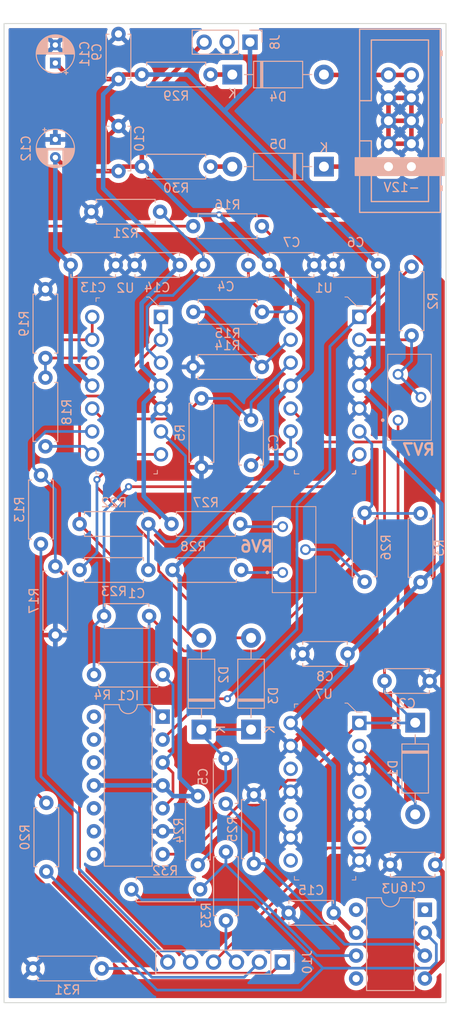
<source format=kicad_pcb>
(kicad_pcb (version 20211014) (generator pcbnew)
  (layers (0 "F.Cu" signal) (31 "B.Cu" signal) (34 "B.Paste" user) (35 "F.Paste" user) (36 "B.SilkS" user "B.Silkscreen") (37 "F.SilkS" user "F.Silkscreen") (38 "B.Mask" user) (39 "F.Mask" user) (44 "Edge.Cuts" user))
  (net 0 "")
  (net 1 "/ic1")
  (net 2 "/out_emit")
  (net 3 "/ic2")
  (net 4 "GND")
  (net 5 "/Saw_buff")
  (net 6 "/ac_couple")
  (net 7 "/tri_in")
  (net 8 "/tri_sum")
  (net 9 "Triangle Out1")
  (net 10 "+12V")
  (net 11 "-12V")
  (net 12 "/schmitt_out")
  (net 13 "/tri_buff")
  (net 14 "/tri_amp_out")
  (net 15 "/D+")
  (net 16 "/12+")
  (net 17 "/12-")
  (net 18 "/D-")
  (net 19 "/scale_in")
  (net 20 "/emit")
  (net 27 "/trim_scale")
  (net 28 "Saw Out1")
  (net 29 "Pulse Out1")
  (net 30 "/Saw_amp2")
  (net 31 "/Saw_amp1")
  (net 32 "/PWM_out")
  (net 33 "/PWM_Bin")
  (net 34 "/Pulse_buff")
  (net 35 "/tri_amp_in")
  (net 36 "/trim_tune")
  (net 37 "/trim+")
  (net 38 "/trim-")
  (net 44 "In_Sum1")
  (net 45 "AP1")
  (net 46 "PWM_Com1")
  (net 47 "/tri_pre")
  (net 48 "/tri_inv")
  (net 49 "/tri_op_out")
  (footprint "Capacitor_THT:C_Disc_D4.7mm_W2.5mm_P5.00mm" (layer "B.Cu") (at 179.5 143)
    (fp_text reference "C16")
    (fp_text value "0.1u")
  )
  (footprint "Capacitor_THT:C_Disc_D4.7mm_W2.5mm_P5.00mm" (layer "B.Cu") (at 178.876 122.65)
    (fp_text reference "C2")
    (fp_text value "2.2n")
  )
  (footprint "Capacitor_THT:C_Disc_D4.7mm_W2.5mm_P5.00mm" (layer "B.Cu") (at 173.24 148.34 180)
    (fp_text reference "C15")
    (fp_text value "0.1u")
  )
  (footprint "Potassium's KiCad Footprints:3296Y1502LF" (layer "B.Cu") (at 167.576 110.63 180)
    (fp_text reference "RV6")
    (fp_text value "1Meg" hide)
  )
  (footprint "Resistor_THT:R_Axial_DIN0207_L6.3mm_D2.5mm_P7.62mm_Horizontal" (layer "B.Cu") (at 152.686 105.25 180)
    (fp_text reference "R22")
    (fp_text value "10k")
  )
  (footprint "digikey-footprints:DIP-14_W3mm" (layer "B.Cu") (at 154.086 82.3 180)
    (fp_text reference "U2")
    (fp_text value "TL074CN")
  )
  (footprint "Resistor_THT:R_Axial_DIN0207_L6.3mm_D2.5mm_P7.62mm_Horizontal" (layer "B.Cu") (at 141.276 79.24 -90)
    (fp_text reference "R19")
    (fp_text value "68k")
  )
  (footprint "Resistor_THT:R_Axial_DIN0207_L6.3mm_D2.5mm_P7.62mm_Horizontal" (layer "B.Cu") (at 162.876 105.25 180)
    (fp_text reference "R27")
    (fp_text value "1k")
  )
  (footprint "Package_DIP:DIP-14_W7.62mm" (layer "B.Cu") (at 154.27 126.6 180)
    (fp_text reference "IC1")
    (fp_text value "300P14-U")
  )
  (footprint "Capacitor_THT:C_Disc_D4.7mm_W2.5mm_P5.00mm" (layer "B.Cu") (at 169.776 119.65)
    (fp_text reference "C8")
    (fp_text value "0.1u")
  )
  (footprint "Resistor_THT:R_Axial_DIN0207_L6.3mm_D2.5mm_P7.62mm_Horizontal" (layer "B.Cu") (at 157.676 81.75)
    (fp_text reference "R15")
    (fp_text value "100k")
  )
  (footprint "Custom_Footprints:Eurorack_10_pin_header" (layer "B.Cu") (at 179.3135 65.65 90)
    (fp_text reference "J1" hide)
    (fp_text value "Eurorack 10 DIP Header")
  )
  (footprint "Capacitor_THT:C_Disc_D4.7mm_W2.5mm_P5.00mm" (layer "B.Cu") (at 144.076 76.55)
    (fp_text reference "C13")
    (fp_text value "0.1u")
  )
  (footprint "Resistor_THT:R_Axial_DIN0207_L6.3mm_D2.5mm_P7.62mm_Horizontal" (layer "B.Cu") (at 158.576 91.34 -90)
    (fp_text reference "R5")
    (fp_text value "100k")
  )
  (footprint "Resistor_THT:R_Axial_DIN0207_L6.3mm_D2.5mm_P7.62mm_Horizontal" (layer "B.Cu") (at 151.966 55.45)
    (fp_text reference "R29")
    (fp_text value "10")
  )
  (footprint "Capacitor_THT:CP_Radial_D4.0mm_P2.00mm" (layer "B.Cu") (at 142.376 62.637401 -90)
    (fp_text reference "C12")
    (fp_text value "4.7u")
  )
  (footprint "Resistor_THT:R_Axial_DIN0207_L6.3mm_D2.5mm_P7.62mm_Horizontal" (layer "B.Cu") (at 141.276 96.65 90)
    (fp_text reference "R18")
    (fp_text value "100k")
  )
  (footprint "Capacitor_THT:C_Disc_D4.7mm_W2.5mm_P5.00mm" (layer "B.Cu") (at 163.776 76.55 180)
    (fp_text reference "C4")
    (fp_text value "1u")
  )
  (footprint "Resistor_THT:R_Axial_DIN0207_L6.3mm_D2.5mm_P7.62mm_Horizontal" (layer "B.Cu") (at 155.366 110.35)
    (fp_text reference "R28")
    (fp_text value "1k")
  )
  (footprint "Resistor_THT:R_Axial_DIN0207_L6.3mm_D2.5mm_P7.62mm_Horizontal" (layer "B.Cu") (at 139.9 154.51)
    (fp_text reference "R31")
    (fp_text value "10k")
  )
  (footprint "Resistor_THT:R_Axial_DIN0207_L6.3mm_D2.5mm_P7.62mm_Horizontal" (layer "B.Cu") (at 181.876 84.36 90)
    (fp_text reference "R2")
    (fp_text value "1.87k")
  )
  (footprint "Resistor_THT:R_Axial_DIN0207_L6.3mm_D2.5mm_P7.62mm_Horizontal" (layer "B.Cu") (at 165.276 72.25 180)
    (fp_text reference "R16")
    (fp_text value "1k")
  )
  (footprint "Capacitor_THT:C_Disc_D4.7mm_W2.5mm_P5.00mm" (layer "B.Cu") (at 161.262 131.25 -90)
    (fp_text reference "C5")
    (fp_text value "1u")
  )
  (footprint "Capacitor_THT:C_Disc_D4.7mm_W2.5mm_P5.00mm" (layer "B.Cu") (at 149.376 66.15 90)
    (fp_text reference "C10")
    (fp_text value "0.1u")
  )
  (footprint "Resistor_THT:R_Axial_DIN0207_L6.3mm_D2.5mm_P7.62mm_Horizontal" (layer "B.Cu") (at 146.666 121.95)
    (fp_text reference "R4")
    (fp_text value "500")
  )
  (footprint "Resistor_THT:R_Axial_DIN0207_L6.3mm_D2.5mm_P7.62mm_Horizontal" (layer "B.Cu") (at 158.176 135.404 -90)
    (fp_text reference "R24")
    (fp_text value "20k")
  )
  (footprint "Diode_THT:D_DO-41_SOD81_P10.16mm_Horizontal" (layer "B.Cu") (at 172.156 65.65 180)
    (fp_text reference "D5")
    (fp_text value "1N5819")
  )
  (footprint "Resistor_THT:R_Axial_DIN0207_L6.3mm_D2.5mm_P7.62mm_Horizontal" (layer "B.Cu") (at 141.376 136.15 -90)
    (fp_text reference "R20")
    (fp_text value "1k")
  )
  (footprint "Capacitor_THT:C_Disc_D4.7mm_W2.5mm_P5.00mm" (layer "B.Cu") (at 149.376 50.95 -90)
    (fp_text reference "C9")
    (fp_text value "0.1u")
  )
  (footprint "Resistor_THT:R_Axial_DIN0207_L6.3mm_D2.5mm_P7.62mm_Horizontal" (layer "B.Cu") (at 142.376 109.94 -90)
    (fp_text reference "R17")
    (fp_text value "14k")
  )
  (footprint "Resistor_THT:R_Axial_DIN0207_L6.3mm_D2.5mm_P7.62mm_Horizontal" (layer "B.Cu") (at 145.066 110.35)
    (fp_text reference "R23")
    (fp_text value "10k")
  )
  (footprint "Capacitor_THT:C_Disc_D4.7mm_W2.5mm_P5.00mm" (layer "B.Cu") (at 151.176 76.55)
    (fp_text reference "C14")
    (fp_text value "0.1u")
  )
  (footprint "Capacitor_THT:C_Disc_D4.7mm_W2.5mm_P5.00mm" (layer "B.Cu") (at 164.076 98.75 90)
    (fp_text reference "C3")
    (fp_text value "1u")
  )
  (footprint "Resistor_THT:R_Axial_DIN0207_L6.3mm_D2.5mm_P7.62mm_Horizontal" (layer "B.Cu") (at 151.966 65.65)
    (fp_text reference "R30")
    (fp_text value "10")
  )
  (footprint "Capacitor_THT:C_Disc_D4.7mm_W2.5mm_P5.00mm" (layer "B.Cu") (at 152.776 115.45 180)
    (fp_text reference "C1")
    (fp_text value "30p")
  )
  (footprint "Resistor_THT:R_Axial_DIN0207_L6.3mm_D2.5mm_P7.62mm_Horizontal" (layer "B.Cu") (at 158.43 145.74 180)
    (fp_text reference "R32")
    (fp_text value "10k")
  )
  (footprint "Capacitor_THT:C_Disc_D4.7mm_W2.5mm_P5.00mm" (layer "B.Cu") (at 171.076 76.55 180)
    (fp_text reference "C7")
    (fp_text value "0.1u")
  )
  (footprint "Connector_PinSocket_2.54mm:PinSocket_1x03_P2.54mm_Vertical" (layer "B.Cu") (at 163.96 51.86 90)
    (fp_text reference "J8")
    (fp_text value "Conn_01x03")
  )
  (footprint "digikey-footprints:DIP-14_W3mm" (layer "B.Cu") (at 176.086 82.3 180)
    (fp_text reference "U1")
    (fp_text value "TL074CN")
  )
  (footprint "Resistor_THT:R_Axial_DIN0207_L6.3mm_D2.5mm_P7.62mm_Horizontal" (layer "B.Cu") (at 182.87 111.702 90)
    (fp_text reference "R3")
    (fp_text value "1Meg")
  )
  (footprint "Capacitor_THT:CP_Radial_D4.0mm_P2.00mm" (layer "B.Cu") (at 142.376 54.172599 90)
    (fp_text reference "C11")
    (fp_text value "4.7u")
  )
  (footprint "Resistor_THT:R_Axial_DIN0207_L6.3mm_D2.5mm_P7.62mm_Horizontal" (layer "B.Cu") (at 176.67 111.646 90)
    (fp_text reference "R26")
    (fp_text value "1Meg")
  )
  (footprint "Diode_THT:D_DO-41_SOD81_P10.16mm_Horizontal" (layer "B.Cu") (at 161.996 55.45)
    (fp_text reference "D4")
    (fp_text value "1N5819")
  )
  (footprint "Resistor_THT:R_Axial_DIN0207_L6.3mm_D2.5mm_P7.62mm_Horizontal" (layer "B.Cu") (at 140.776 99.84 -90)
    (fp_text reference "R13")
    (fp_text value "68k")
  )
  (footprint "Resistor_THT:R_Axial_DIN0207_L6.3mm_D2.5mm_P7.62mm_Horizontal" (layer "B.Cu") (at 161.29 141.58 -90)
    (fp_text reference "R33")
    (fp_text value "1k")
  )
  (footprint "Capacitor_THT:C_Disc_D4.7mm_W2.5mm_P5.00mm" (layer "B.Cu") (at 178.176 76.55 180)
    (fp_text reference "C6")
    (fp_text value "0.1u")
  )
  (footprint "Connector_PinSocket_2.54mm:PinSocket_1x06_P2.54mm_Vertical" (layer "B.Cu") (at 167.54 153.8 90)
    (fp_text reference "J10")
    (fp_text value "Conn_01x06")
  )
  (footprint "Diode_THT:D_DO-41_SOD81_P10.16mm_Horizontal" (layer "B.Cu") (at 164.076 128.03 90)
    (fp_text reference "D3")
    (fp_text value "1N4148")
  )
  (footprint "Diode_THT:D_DO-41_SOD81_P10.16mm_Horizontal" (layer "B.Cu") (at 182.276 127.27 -90)
    (fp_text reference "D1")
    (fp_text value "1N4148")
  )
  (footprint "digikey-footprints:DIP-14_W3mm" (layer "B.Cu") (at 176.086 127.3 180)
    (fp_text reference "U7")
    (fp_text value "CD40106BE")
  )
  (footprint "Potassium's KiCad Footprints:3296Y1502LF" (layer "B.Cu") (at 180.376 93.75 180)
    (fp_text reference "RV7")
    (fp_text value "5K" hide)
  )
  (footprint "Resistor_THT:R_Axial_DIN0207_L6.3mm_D2.5mm_P7.62mm_Horizontal" (layer "B.Cu") (at 165.276 87.85 180)
    (fp_text reference "R14")
    (fp_text value "47k")
  )
  (footprint "Diode_THT:D_DO-41_SOD81_P10.16mm_Horizontal" (layer "B.Cu") (at 158.576 128.03 90)
    (fp_text reference "D2")
    (fp_text value "1N4148")
  )
  (footprint "Resistor_THT:R_Axial_DIN0207_L6.3mm_D2.5mm_P7.62mm_Horizontal" (layer "B.Cu") (at 164.39 135.262 -90)
    (fp_text reference "R25")
    (fp_text value "200k")
  )
  (footprint "Resistor_THT:R_Axial_DIN0207_L6.3mm_D2.5mm_P7.62mm_Horizontal" (layer "B.Cu") (at 146.366 70.65)
    (fp_text reference "R21")
    (fp_text value "200k")
  )
  (footprint "Package_DIP:DIP-8_W7.62mm" (layer "B.Cu") (at 183.345 148 180)
    (fp_text reference "U3")
    (fp_text value "TL071CP")
  )
  (gr_line (start 136.69 49.796) (end 185.69 49.796) (layer "Edge.Cuts") (width 0.1))
  (gr_line (start 136.69 158.296) (end 185.69 158.296) (layer "Edge.Cuts") (width 0.1))
  (gr_line (start 185.69 158.296) (end 185.69 49.796) (layer "Edge.Cuts") (width 0.1))
  (gr_line (start 136.69 49.796) (end 136.69 158.296) (layer "Edge.Cuts") (width 0.1))
  (segment (start 152.776 115.45) (end 156.646 119.32) (width 0.3) (layer "F.Cu") (net 1))
  (segment (start 164.72 119.32) (end 176.67 107.37) (width 0.3) (layer "F.Cu") (net 1))
  (segment (start 156.646 119.32) (end 164.72 119.32) (width 0.3) (layer "F.Cu") (net 1))
  (segment (start 176.67 107.37) (end 176.67 104.026) (width 0.3) (layer "F.Cu") (net 1))
  (segment (start 152.776 125.106) (end 152.776 115.45) (width 0.3) (layer "B.Cu") (net 1))
  (segment (start 176.67 104.026) (end 177.469999 103.226001) (width 0.3) (layer "B.Cu") (net 1))
  (segment (start 182.87 104.082) (end 176.726 104.082) (width 0.3) (layer "B.Cu") (net 1))
  (segment (start 176.726 104.082) (end 176.67 104.026) (width 0.3) (layer "B.Cu") (net 1))
  (segment (start 177.469999 103.226001) (end 177.469999 96.383999) (width 0.3) (layer "B.Cu") (net 1))
  (segment (start 154.27 126.6) (end 152.776 125.106) (width 0.3) (layer "B.Cu") (net 1))
  (segment (start 177.469999 96.383999) (end 176.086 95) (width 0.3) (layer "B.Cu") (net 1))
  (segment (start 150.5 101.12) (end 172.506 101.12) (width 0.3) (layer "F.Cu") (net 2))
  (segment (start 172.506 101.12) (end 176.086 97.54) (width 0.3) (layer "F.Cu") (net 2))
  (via (at 150.5 101.12) (size 0.8) (drill 0.4) (layers "F.Cu" "B.Cu") (net 2))
  (segment (start 147.776 115.45) (end 147.776 103.844) (width 0.3) (layer "B.Cu") (net 2))
  (segment (start 146.666 116.56) (end 147.776 115.45) (width 0.3) (layer "B.Cu") (net 2))
  (segment (start 147.776 103.844) (end 150.5 101.12) (width 0.3) (layer "B.Cu") (net 2))
  (segment (start 146.666 121.95) (end 146.666 116.56) (width 0.3) (layer "B.Cu") (net 2))
  (segment (start 172.169654 96.163654) (end 168.466 92.46) (width 0.3) (layer "F.Cu") (net 3))
  (segment (start 169.746 133.64) (end 176.086 127.3) (width 0.3) (layer "F.Cu") (net 3))
  (segment (start 178.876 122.65) (end 178.876 96.163654) (width 0.3) (layer "F.Cu") (net 3))
  (segment (start 154.27 141.84) (end 157.298346 141.84) (width 0.3) (layer "F.Cu") (net 3))
  (segment (start 162.726346 136.412) (end 165.347654 136.412) (width 0.3) (layer "F.Cu") (net 3))
  (segment (start 157.298346 141.84) (end 162.726346 136.412) (width 0.3) (layer "F.Cu") (net 3))
  (segment (start 165.347654 136.412) (end 168.119654 133.64) (width 0.3) (layer "F.Cu") (net 3))
  (segment (start 168.119654 133.64) (end 169.746 133.64) (width 0.3) (layer "F.Cu") (net 3))
  (segment (start 178.876 96.163654) (end 172.169654 96.163654) (width 0.3) (layer "F.Cu") (net 3))
  (segment (start 178.876 123.87) (end 178.876 122.65) (width 0.3) (layer "B.Cu") (net 3))
  (segment (start 182.276 127.27) (end 178.876 123.87) (width 0.3) (layer "B.Cu") (net 3))
  (segment (start 182.246 127.3) (end 182.276 127.27) (width 0.3) (layer "B.Cu") (net 3))
  (segment (start 176.086 127.3) (end 182.246 127.3) (width 0.3) (layer "B.Cu") (net 3))
  (segment (start 179.3135 58.03) (end 181.8535 58.03) (width 0.5) (layer "F.Cu") (net 4))
  (segment (start 181.8535 63.11) (end 181.8535 60.57) (width 0.5) (layer "F.Cu") (net 4))
  (segment (start 179.3135 63.11) (end 181.8535 63.11) (width 0.5) (layer "F.Cu") (net 4))
  (segment (start 179.3135 63.11) (end 179.3135 60.57) (width 0.5) (layer "F.Cu") (net 4))
  (segment (start 181.8535 58.03) (end 181.8535 60.57) (width 0.5) (layer "F.Cu") (net 4))
  (segment (start 179.3135 58.03) (end 179.3135 60.57) (width 0.5) (layer "F.Cu") (net 4))
  (segment (start 179.3135 60.57) (end 181.8535 60.57) (width 0.5) (layer "F.Cu") (net 4))
  (segment (start 168.466 97.54) (end 165.286 97.54) (width 0.3) (layer "F.Cu") (net 5))
  (segment (start 165.286 97.54) (end 164.076 98.75) (width 0.3) (layer "F.Cu") (net 5))
  (segment (start 168.466 95) (end 168.466 97.54) (width 0.3) (layer "B.Cu") (net 5))
  (segment (start 146.466 92.46) (end 147.616 93.61) (width 0.3) (layer "F.Cu") (net 6))
  (segment (start 147.616 93.61) (end 156.306 93.61) (width 0.3) (layer "F.Cu") (net 6))
  (segment (start 156.306 93.61) (end 158.576 91.34) (width 0.3) (layer "F.Cu") (net 6))
  (segment (start 161.666 91.34) (end 164.076 93.75) (width 0.3) (layer "B.Cu") (net 6))
  (segment (start 158.576 91.34) (end 161.666 91.34) (width 0.3) (layer "B.Cu") (net 6))
  (segment (start 164.076 91.77) (end 168.466 87.38) (width 0.3) (layer "B.Cu") (net 6))
  (segment (start 164.076 93.75) (end 164.076 91.77) (width 0.3) (layer "B.Cu") (net 6))
  (segment (start 152.55 81.18) (end 152.55 85.844) (width 0.3) (layer "B.Cu") (net 7))
  (segment (start 152.55 85.844) (end 154.086 87.38) (width 0.3) (layer "B.Cu") (net 7))
  (segment (start 158.776 75.44) (end 158.776 76.55) (width 0.3) (layer "B.Cu") (net 7))
  (segment (start 155.42 79.93) (end 153.8 79.93) (width 0.3) (layer "B.Cu") (net 7))
  (segment (start 158.776 76.55) (end 155.42 79.906) (width 0.3) (layer "B.Cu") (net 7))
  (segment (start 155.42 79.906) (end 155.42 79.93) (width 0.3) (layer "B.Cu") (net 7))
  (segment (start 153.986 70.65) (end 158.776 75.44) (width 0.3) (layer "B.Cu") (net 7))
  (segment (start 153.8 79.93) (end 152.55 81.18) (width 0.3) (layer "B.Cu") (net 7))
  (segment (start 161.262 131.25) (end 158.576 128.564) (width 0.3) (layer "B.Cu") (net 8))
  (segment (start 158.576 128.564) (end 158.576 128.03) (width 0.3) (layer "B.Cu") (net 8))
  (segment (start 159.65 135.29) (end 159.65 141.55) (width 0.3) (layer "B.Cu") (net 8))
  (segment (start 161.262 131.25) (end 161.262 133.678) (width 0.3) (layer "B.Cu") (net 8))
  (segment (start 161.262 133.678) (end 159.65 135.29) (width 0.3) (layer "B.Cu") (net 8))
  (segment (start 164.076 128.03) (end 158.576 128.03) (width 0.3) (layer "B.Cu") (net 8))
  (segment (start 159.65 141.55) (end 158.176 143.024) (width 0.3) (layer "B.Cu") (net 8))
  (segment (start 161.29 152.63) (end 162.106447 153.446447) (width 0.3) (layer "B.Cu") (net 9))
  (segment (start 161.29 149.2) (end 161.29 152.63) (width 0.3) (layer "B.Cu") (net 9))
  (segment (start 175.44 150.54) (end 173.24 148.34) (width 0.5) (layer "F.Cu") (net 10))
  (segment (start 149.876 55.45) (end 149.376 55.95) (width 0.5) (layer "F.Cu") (net 10))
  (segment (start 175.725 150.54) (end 175.44 150.54) (width 0.5) (layer "F.Cu") (net 10))
  (segment (start 149.376 55.95) (end 144.153401 55.95) (width 0.5) (layer "F.Cu") (net 10))
  (segment (start 142.376 54.172599) (end 144.153401 55.95) (width 0.5) (layer "F.Cu") (net 10))
  (segment (start 151.966 55.45) (end 149.876 55.45) (width 0.5) (layer "F.Cu") (net 10))
  (segment (start 178.176 87.83) (end 176.086 89.92) (width 0.5) (layer "B.Cu") (net 10))
  (segment (start 147.676 68.05) (end 156.176 76.55) (width 0.5) (layer "B.Cu") (net 10))
  (segment (start 178.880278 92.714278) (end 178.880278 96.754278) (width 0.5) (layer "B.Cu") (net 10))
  (segment (start 176.086 89.92) (end 178.880278 92.714278) (width 0.5) (layer "B.Cu") (net 10))
  (segment (start 151.94 80.786) (end 151.94 87.774) (width 0.5) (layer "B.Cu") (net 10))
  (segment (start 161.103 59.477) (end 178.176 76.55) (width 0.5) (layer "B.Cu") (net 10))
  (segment (start 174.776 120.99) (end 168.466 127.3) (width 0.5) (layer "B.Cu") (net 10))
  (segment (start 185.176 109.396) (end 182.87 111.702) (width 0.5) (layer "B.Cu") (net 10))
  (segment (start 178.176 76.55) (end 178.176 87.83) (width 0.5) (layer "B.Cu") (net 10))
  (segment (start 152.176 102.17) (end 152.176 91.83) (width 0.5) (layer "B.Cu") (net 10))
  (segment (start 163.96 56.62) (end 161.103 59.477) (width 0.5) (layer "B.Cu") (net 10))
  (segment (start 151.94 87.774) (end 154.086 89.92) (width 0.5) (layer "B.Cu") (net 10))
  (segment (start 185.176 103.05) (end 185.176 109.396) (width 0.5) (layer "B.Cu") (net 10))
  (segment (start 156.176 76.55) (end 151.94 80.786) (width 0.5) (layer "B.Cu") (net 10))
  (segment (start 174.922 119.65) (end 174.776 119.65) (width 0.5) (layer "B.Cu") (net 10))
  (segment (start 173.24 132.074) (end 168.466 127.3) (width 0.5) (layer "B.Cu") (net 10))
  (segment (start 163.96 51.86) (end 163.96 56.62) (width 0.5) (layer "B.Cu") (net 10))
  (segment (start 178.880278 96.754278) (end 185.176 103.05) (width 0.5) (layer "B.Cu") (net 10))
  (segment (start 157.076 55.45) (end 161.103 59.477) (width 0.5) (layer "B.Cu") (net 10))
  (segment (start 174.776 119.65) (end 174.776 120.99) (width 0.5) (layer "B.Cu") (net 10))
  (segment (start 147.676 57.65) (end 147.676 68.05) (width 0.5) (layer "B.Cu") (net 10))
  (segment (start 152.176 91.83) (end 154.086 89.92) (width 0.5) (layer "B.Cu") (net 10))
  (segment (start 173.24 148.34) (end 173.24 132.074) (width 0.5) (layer "B.Cu") (net 10))
  (segment (start 155.256 105.25) (end 152.176 102.17) (width 0.5) (layer "B.Cu") (net 10))
  (segment (start 149.376 55.95) (end 147.676 57.65) (width 0.5) (layer "B.Cu") (net 10))
  (segment (start 151.966 55.45) (end 157.076 55.45) (width 0.5) (layer "B.Cu") (net 10))
  (segment (start 182.87 111.702) (end 174.922 119.65) (width 0.5) (layer "B.Cu") (net 10))
  (segment (start 184.5 143) (end 185.299999 142.200001) (width 0.5) (layer "F.Cu") (net 11))
  (segment (start 185.299999 78.396232) (end 177.903767 71) (width 0.5) (layer "F.Cu") (net 11))
  (segment (start 185.299999 142.200001) (end 185.299999 78.396232) (width 0.5) (layer "F.Cu") (net 11))
  (segment (start 185.299999 153.665001) (end 183.345 155.62) (width 0.5) (layer "F.Cu") (net 11))
  (segment (start 158.88 51.86) (end 151.966 58.774) (width 0.5) (layer "F.Cu") (net 11))
  (segment (start 151.966 58.774) (end 151.966 65.65) (width 0.5) (layer "F.Cu") (net 11))
  (segment (start 185.299999 143.799999) (end 185.299999 153.665001) (width 0.5) (layer "F.Cu") (net 11))
  (segment (start 142.376 64.637401) (end 143.888599 66.15) (width 0.5) (layer "F.Cu") (net 11))
  (segment (start 143.888599 66.15) (end 149.376 66.15) (width 0.5) (layer "F.Cu") (net 11))
  (segment (start 184.5 143) (end 185.299999 143.799999) (width 0.5) (layer "F.Cu") (net 11))
  (segment (start 149.876 65.65) (end 149.376 66.15) (width 0.5) (layer "F.Cu") (net 11))
  (segment (start 177.903767 71) (end 160.526 71) (width 0.5) (layer "F.Cu") (net 11))
  (segment (start 151.966 65.65) (end 149.876 65.65) (width 0.5) (layer "F.Cu") (net 11))
  (via (at 160.526 71) (size 0.8) (drill 0.4) (layers "F.Cu" "B.Cu") (net 11))
  (segment (start 142.376 74.85) (end 144.076 76.55) (width 0.5) (layer "B.Cu") (net 11))
  (segment (start 166.876 98.84) (end 155.366 110.35) (width 0.5) (layer "B.Cu") (net 11))
  (segment (start 155.454 135.404) (end 154.27 134.22) (width 0.5) (layer "B.Cu") (net 11))
  (segment (start 168.466 89.92) (end 166.876 91.51) (width 0.5) (layer "B.Cu") (net 11))
  (segment (start 144.076 76.55) (end 144.076 87.53) (width 0.5) (layer "B.Cu") (net 11))
  (segment (start 157.316 71) (end 160.526 71) (width 0.5) (layer "B.Cu") (net 11))
  (segment (start 142.376 64.637401) (end 142.376 74.85) (width 0.5) (layer "B.Cu") (net 11))
  (segment (start 156.165999 133.393999) (end 156.165999 111.149999) (width 0.5) (layer "B.Cu") (net 11))
  (segment (start 170.330997 80.804997) (end 170.330997 88.055003) (width 0.5) (layer "B.Cu") (net 11))
  (segment (start 151.966 65.65) (end 157.316 71) (width 0.5) (layer "B.Cu") (net 11))
  (segment (start 158.176 135.404) (end 155.454 135.404) (width 0.5) (layer "B.Cu") (net 11))
  (segment (start 160.526 71) (end 166.076 76.55) (width 0.5) (layer "B.Cu") (net 11))
  (segment (start 166.876 91.51) (end 166.876 98.84) (width 0.5) (layer "B.Cu") (net 11))
  (segment (start 166.076 76.55) (end 170.330997 80.804997) (width 0.5) (layer "B.Cu") (net 11))
  (segment (start 170.330997 88.055003) (end 168.466 89.92) (width 0.5) (layer "B.Cu") (net 11))
  (segment (start 158.176 135.404) (end 156.165999 133.393999) (width 0.5) (layer "B.Cu") (net 11))
  (segment (start 154.27 134.22) (end 146.65 134.22) (width 0.5) (layer "B.Cu") (net 11))
  (segment (start 144.076 87.53) (end 146.466 89.92) (width 0.5) (layer "B.Cu") (net 11))
  (segment (start 156.165999 111.149999) (end 155.366 110.35) (width 0.5) (layer "B.Cu") (net 11))
  (segment (start 182.276 136.03) (end 176.086 129.84) (width 0.3) (layer "B.Cu") (net 12))
  (segment (start 182.276 137.43) (end 182.276 136.03) (width 0.3) (layer "B.Cu") (net 12))
  (segment (start 147.856 91.07) (end 145.838153 91.07) (width 0.3) (layer "F.Cu") (net 13))
  (segment (start 145.066 91.842153) (end 145.066 105.25) (width 0.3) (layer "F.Cu") (net 13))
  (segment (start 157.686 117.87) (end 158.576 117.87) (width 0.3) (layer "F.Cu") (net 13))
  (segment (start 154.086 84.84) (end 147.856 91.07) (width 0.3) (layer "F.Cu") (net 13))
  (segment (start 145.838153 91.07) (end 145.066 91.842153) (width 0.3) (layer "F.Cu") (net 13))
  (segment (start 145.066 105.25) (end 157.686 117.87) (width 0.3) (layer "F.Cu") (net 13))
  (segment (start 154.086 82.3) (end 154.086 84.84) (width 0.3) (layer "B.Cu") (net 13))
  (segment (start 153.836 108.026346) (end 146.99 101.180346) (width 0.3) (layer "F.Cu") (net 14))
  (segment (start 154.086 97.54) (end 149.77 97.54) (width 0.3) (layer "F.Cu") (net 14))
  (segment (start 146.99 101.180346) (end 146.99 100.32) (width 0.3) (layer "F.Cu") (net 14))
  (segment (start 149.77 97.54) (end 146.99 100.32) (width 0.3) (layer "F.Cu") (net 14))
  (segment (start 161.259654 117.87) (end 153.836 110.446346) (width 0.3) (layer "F.Cu") (net 14))
  (segment (start 153.836 110.446346) (end 153.836 108.026346) (width 0.3) (layer "F.Cu") (net 14))
  (segment (start 164.076 117.87) (end 161.259654 117.87) (width 0.3) (layer "F.Cu") (net 14))
  (via (at 146.99 100.32) (size 0.8) (drill 0.4) (layers "F.Cu" "B.Cu") (net 14))
  (segment (start 146.99 108.426) (end 145.066 110.35) (width 0.3) (layer "B.Cu") (net 14))
  (segment (start 146.99 100.32) (end 146.99 108.426) (width 0.3) (layer "B.Cu") (net 14))
  (segment (start 161.996 55.45) (end 159.586 55.45) (width 0.5) (layer "F.Cu") (net 15))
  (segment (start 179.3135 55.49) (end 181.8535 55.49) (width 0.5) (layer "F.Cu") (net 16))
  (segment (start 179.3135 55.49) (end 172.196 55.49) (width 0.5) (layer "F.Cu") (net 16))
  (segment (start 172.196 55.49) (end 172.156 55.45) (width 0.5) (layer "F.Cu") (net 16))
  (segment (start 172.156 65.65) (end 179.3135 65.65) (width 0.5) (layer "F.Cu") (net 17))
  (segment (start 181.8535 65.65) (end 179.3135 65.65) (width 0.5) (layer "F.Cu") (net 17))
  (segment (start 161.996 65.65) (end 159.586 65.65) (width 0.5) (layer "F.Cu") (net 18))
  (segment (start 161.45 124.62) (end 158.79 124.62) (width 0.3) (layer "F.Cu") (net 19))
  (segment (start 176.086 82.3) (end 176.316 82.3) (width 0.3) (layer "F.Cu") (net 19))
  (segment (start 176.316 82.3) (end 181.876 76.74) (width 0.3) (layer "F.Cu") (net 19))
  (segment (start 158.79 124.62) (end 154.27 129.14) (width 0.3) (layer "F.Cu") (net 19))
  (via (at 161.45 124.62) (size 0.8) (drill 0.4) (layers "F.Cu" "B.Cu") (net 19))
  (segment (start 169.166 116.904) (end 161.45 124.62) (width 0.3) (layer "B.Cu") (net 19))
  (segment (start 172.82 85.566) (end 172.82 99.43) (width 0.3) (layer "B.Cu") (net 19))
  (segment (start 174.403846 83.982154) (end 176.086 82.3) (width 0.3) (layer "B.Cu") (net 19))
  (segment (start 172.82 99.43) (end 169.166 103.084) (width 0.3) (layer "B.Cu") (net 19))
  (segment (start 169.166 103.084) (end 169.166 116.904) (width 0.3) (layer "B.Cu") (net 19))
  (segment (start 174.403846 83.982154) (end 172.82 85.566) (width 0.3) (layer "B.Cu") (net 19))
  (segment (start 154.27 131.68) (end 155.42 132.83) (width 0.3) (layer "F.Cu") (net 20))
  (segment (start 155.42 135.61) (end 154.27 136.76) (width 0.3) (layer "F.Cu") (net 20))
  (segment (start 155.42 132.83) (end 155.42 135.61) (width 0.3) (layer "F.Cu") (net 20))
  (segment (start 154.286 121.95) (end 155.42 123.084) (width 0.3) (layer "B.Cu") (net 20))
  (segment (start 155.42 130.53) (end 154.27 131.68) (width 0.3) (layer "B.Cu") (net 20))
  (segment (start 155.42 123.084) (end 155.42 130.53) (width 0.3) (layer "B.Cu") (net 20))
  (segment (start 181.396 84.84) (end 181.876 84.36) (width 0.3) (layer "F.Cu") (net 27))
  (segment (start 176.086 84.84) (end 181.396 84.84) (width 0.3) (layer "F.Cu") (net 27))
  (segment (start 181.876 84.36) (end 181.876 87.17) (width 0.3) (layer "B.Cu") (net 27))
  (segment (start 182.916 91.21) (end 180.376 88.67) (width 0.3) (layer "B.Cu") (net 27))
  (segment (start 181.876 87.17) (end 180.376 88.67) (width 0.3) (layer "B.Cu") (net 27))
  (segment (start 166.31 155.03) (end 167.54 153.8) (width 0.3) (layer "F.Cu") (net 28))
  (segment (start 151.009654 155.03) (end 166.31 155.03) (width 0.3) (layer "F.Cu") (net 28))
  (segment (start 138.85 72.25) (end 138.15 72.95) (width 0.3) (layer "F.Cu") (net 28))
  (segment (start 157.656 72.25) (end 138.85 72.25) (width 0.3) (layer "F.Cu") (net 28))
  (segment (start 138.15 72.95) (end 138.15 142.170346) (width 0.3) (layer "F.Cu") (net 28))
  (segment (start 138.15 142.170346) (end 151.009654 155.03) (width 0.3) (layer "F.Cu") (net 28))
  (segment (start 141.376 143.77) (end 153.088154 155.482154) (width 0.3) (layer "B.Cu") (net 29))
  (segment (start 163.317846 155.482154) (end 165 153.8) (width 0.3) (layer "B.Cu") (net 29))
  (segment (start 153.088154 155.482154) (end 163.317846 155.482154) (width 0.3) (layer "B.Cu") (net 29))
  (segment (start 157.676 81.75) (end 159.176 81.75) (width 0.3) (layer "B.Cu") (net 30))
  (segment (start 165.276 87.85) (end 168.286 84.84) (width 0.3) (layer "B.Cu") (net 30))
  (segment (start 159.176 81.75) (end 165.276 87.85) (width 0.3) (layer "B.Cu") (net 30))
  (segment (start 168.286 84.84) (end 168.466 84.84) (width 0.3) (layer "B.Cu") (net 30))
  (segment (start 165.276 72.25) (end 168.466 75.44) (width 0.3) (layer "F.Cu") (net 31))
  (segment (start 163.776 80.23) (end 165.296 81.75) (width 0.3) (layer "F.Cu") (net 31))
  (segment (start 168.466 75.44) (end 168.466 82.3) (width 0.3) (layer "F.Cu") (net 31))
  (segment (start 163.776 76.55) (end 163.776 80.23) (width 0.3) (layer "F.Cu") (net 31))
  (segment (start 167.916 81.75) (end 168.466 82.3) (width 0.3) (layer "B.Cu") (net 31))
  (segment (start 165.296 81.75) (end 167.916 81.75) (width 0.3) (layer "B.Cu") (net 31))
  (segment (start 145.576 96.65) (end 146.466 97.54) (width 0.3) (layer "B.Cu") (net 32))
  (segment (start 141.276 96.65) (end 145.576 96.65) (width 0.3) (layer "B.Cu") (net 32))
  (segment (start 145.946 86.86) (end 146.466 87.38) (width 0.3) (layer "F.Cu") (net 33))
  (segment (start 141.276 86.86) (end 145.946 86.86) (width 0.3) (layer "F.Cu") (net 33))
  (segment (start 141.276 89.03) (end 141.276 86.86) (width 0.3) (layer "B.Cu") (net 33))
  (segment (start 138.65 86.48) (end 140.29 84.84) (width 0.3) (layer "F.Cu") (net 34))
  (segment (start 138.65 133.424) (end 138.65 86.48) (width 0.3) (layer "F.Cu") (net 34))
  (segment (start 140.29 84.84) (end 146.466 84.84) (width 0.3) (layer "F.Cu") (net 34))
  (segment (start 141.376 136.15) (end 138.65 133.424) (width 0.3) (layer "F.Cu") (net 34))
  (segment (start 146.466 84.84) (end 146.466 82.3) (width 0.3) (layer "F.Cu") (net 34))
  (segment (start 154.646 107.21) (end 155.61 107.21) (width 0.3) (layer "B.Cu") (net 35))
  (segment (start 156.8 97.714) (end 154.086 95) (width 0.3) (layer "B.Cu") (net 35))
  (segment (start 152.686 105.25) (end 154.646 107.21) (width 0.3) (layer "B.Cu") (net 35))
  (segment (start 152.686 105.25) (end 152.686 110.35) (width 0.3) (layer "B.Cu") (net 35))
  (segment (start 156.8 106.02) (end 156.8 97.714) (width 0.3) (layer "B.Cu") (net 35))
  (segment (start 155.61 107.21) (end 156.8 106.02) (width 0.3) (layer "B.Cu") (net 35))
  (segment (start 170.116 108.09) (end 173.114 108.09) (width 0.3) (layer "B.Cu") (net 36))
  (segment (start 173.114 108.09) (end 176.67 111.646) (width 0.3) (layer "B.Cu") (net 36))
  (segment (start 167.576 105.55) (end 163.176 105.55) (width 0.3) (layer "B.Cu") (net 37))
  (segment (start 163.176 105.55) (end 162.876 105.25) (width 0.3) (layer "B.Cu") (net 37))
  (segment (start 163.266 110.63) (end 162.986 110.35) (width 0.3) (layer "B.Cu") (net 38))
  (segment (start 167.576 110.63) (end 163.266 110.63) (width 0.3) (layer "B.Cu") (net 38))
  (segment (start 159.92 153.8) (end 172.57 141.15) (width 0.3) (layer "F.Cu") (net 44))
  (segment (start 179.102346 141.15) (end 180.376 139.876346) (width 0.3) (layer "F.Cu") (net 44))
  (segment (start 172.57 141.15) (end 179.102346 141.15) (width 0.3) (layer "F.Cu") (net 44))
  (segment (start 180.376 139.876346) (end 180.376 93.75) (width 0.3) (layer "F.Cu") (net 44))
  (segment (start 144.888968 143.345001) (end 154.103967 152.56) (width 0.3) (layer "B.Cu") (net 45))
  (segment (start 144.888968 137.352832) (end 144.888968 143.345001) (width 0.3) (layer "B.Cu") (net 45))
  (segment (start 140.776 107.46) (end 140.776 133.239864) (width 0.3) (layer "B.Cu") (net 45))
  (segment (start 154.103967 152.56) (end 156.14 152.56) (width 0.3) (layer "B.Cu") (net 45))
  (segment (start 156.14 152.56) (end 157.38 153.8) (width 0.3) (layer "B.Cu") (net 45))
  (segment (start 140.776 133.239864) (end 144.888968 137.352832) (width 0.3) (layer "B.Cu") (net 45))
  (segment (start 142.376 109.94) (end 145.056984 112.620984) (width 0.3) (layer "F.Cu") (net 46))
  (segment (start 145.056984 144.016984) (end 154.84 153.8) (width 0.3) (layer "F.Cu") (net 46))
  (segment (start 145.056984 112.620984) (end 145.056984 144.016984) (width 0.3) (layer "F.Cu") (net 46))
  (segment (start 142.376 101.44) (end 142.376 109.94) (width 0.3) (layer "B.Cu") (net 46))
  (segment (start 139.976001 96.323999) (end 141.3 95) (width 0.3) (layer "B.Cu") (net 46))
  (segment (start 139.976001 99.040001) (end 139.976001 96.323999) (width 0.3) (layer "B.Cu") (net 46))
  (segment (start 140.776 99.84) (end 139.976001 99.040001) (width 0.3) (layer "B.Cu") (net 46))
  (segment (start 140.776 99.84) (end 142.376 101.44) (width 0.3) (layer "B.Cu") (net 46))
  (segment (start 141.3 95) (end 146.466 95) (width 0.3) (layer "B.Cu") (net 46))
  (segment (start 165.52137 142.882) (end 174.45937 151.82) (width 0.3) (layer "B.Cu") (net 47))
  (segment (start 164.39 139.378) (end 161.262 136.25) (width 0.3) (layer "B.Cu") (net 47))
  (segment (start 164.39 142.882) (end 165.52137 142.882) (width 0.3) (layer "B.Cu") (net 47))
  (segment (start 182.085 151.82) (end 183.345 153.08) (width 0.3) (layer "B.Cu") (net 47))
  (segment (start 174.45937 151.82) (end 182.085 151.82) (width 0.3) (layer "B.Cu") (net 47))
  (segment (start 164.39 142.882) (end 164.39 139.378) (width 0.3) (layer "B.Cu") (net 47))
  (segment (start 151.26 154.51) (end 153.65 156.9) (width 0.3) (layer "B.Cu") (net 48))
  (segment (start 151.96 146.89) (end 164.456548 146.89) (width 0.3) (layer "B.Cu") (net 48))
  (segment (start 150.81 145.74) (end 151.96 146.89) (width 0.3) (layer "B.Cu") (net 48))
  (segment (start 153.65 156.9) (end 169.606548 156.9) (width 0.3) (layer "B.Cu") (net 48))
  (segment (start 172.036548 154.47) (end 183.96 154.47) (width 0.3) (layer "B.Cu") (net 48))
  (segment (start 164.456548 146.89) (end 172.036548 154.47) (width 0.3) (layer "B.Cu") (net 48))
  (segment (start 147.52 154.51) (end 151.26 154.51) (width 0.3) (layer "B.Cu") (net 48))
  (segment (start 183.96 154.47) (end 184.62 153.81) (width 0.3) (layer "B.Cu") (net 48))
  (segment (start 169.606548 156.9) (end 172.036548 154.47) (width 0.3) (layer "B.Cu") (net 48))
  (segment (start 184.62 153.81) (end 184.62 151.815) (width 0.3) (layer "B.Cu") (net 48))
  (segment (start 184.62 151.815) (end 183.345 150.54) (width 0.3) (layer "B.Cu") (net 48))
  (segment (start 161.29 143.016346) (end 171.353654 153.08) (width 0.3) (layer "B.Cu") (net 49))
  (segment (start 161.29 142.88) (end 158.43 145.74) (width 0.3) (layer "B.Cu") (net 49))
  (segment (start 171.353654 153.08) (end 175.725 153.08) (width 0.3) (layer "B.Cu") (net 49))
  (segment (start 161.29 141.58) (end 161.29 142.88) (width 0.3) (layer "B.Cu") (net 49))
  (segment (start 161.29 141.58) (end 161.29 143.016346) (width 0.3) (layer "B.Cu") (net 49))
  (zone (net 4) (net_name "GND") (layers F&B.Cu) (connect_pads (clearance 0.508)) (min_thickness 0.254) (fill yes (thermal_gap 0.508) (thermal_bridge_width 0.508))
    (polygon (pts (xy 187.37 48.59) (xy 188.47 160.41) (xy 136.39 160.65) (xy 136.24 48.04) (xy 136.25 48.04)))
  )
)
</source>
